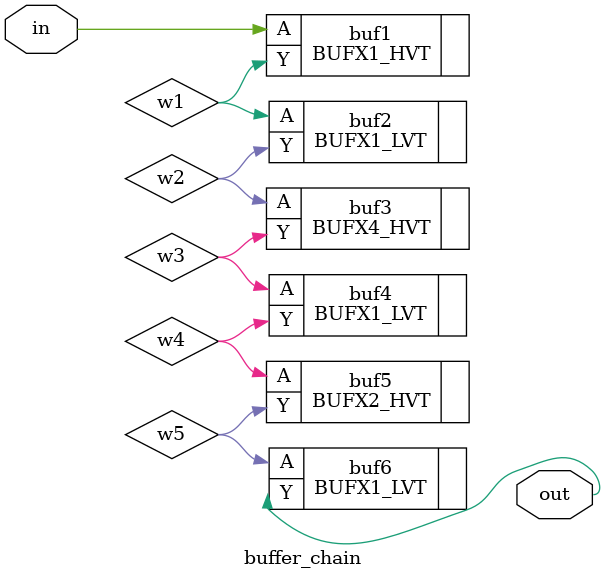
<source format=v>
module buffer_chain (
    input wire in,
    output wire out
);

    wire w1, w2, w3, w4, w5;

    BUFX1_HVT buf1 (.A(in), .Y(w1));
    BUFX1_LVT buf2 (.A(w1), .Y(w2));
    BUFX4_HVT buf3 (.A(w2), .Y(w3));
    BUFX1_LVT buf4 (.A(w3), .Y(w4));
    BUFX2_HVT buf5 (.A(w4), .Y(w5));
    BUFX1_LVT buf6 (.A(w5), .Y(out));

endmodule
</source>
